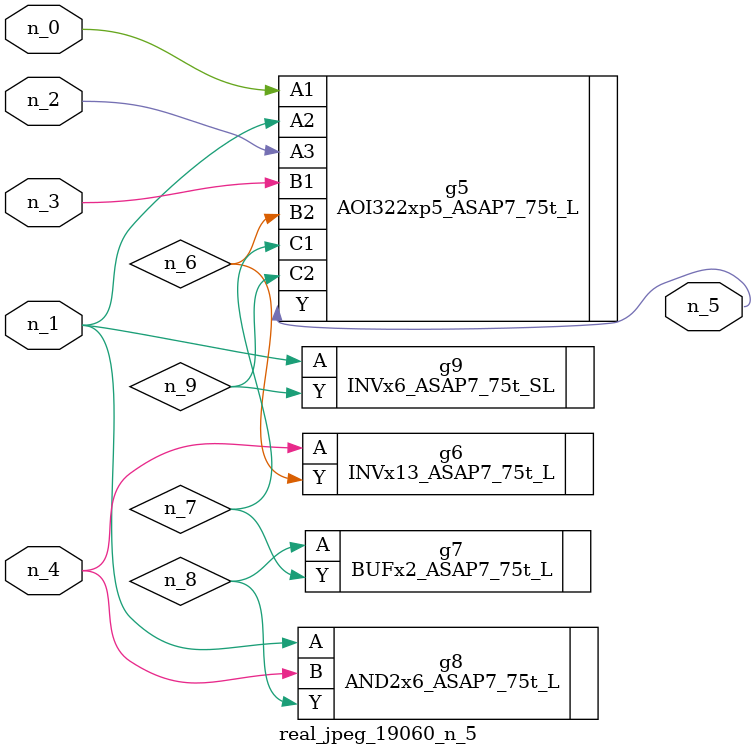
<source format=v>
module real_jpeg_19060_n_5 (n_4, n_0, n_1, n_2, n_3, n_5);

input n_4;
input n_0;
input n_1;
input n_2;
input n_3;

output n_5;

wire n_8;
wire n_6;
wire n_7;
wire n_9;

AOI322xp5_ASAP7_75t_L g5 ( 
.A1(n_0),
.A2(n_1),
.A3(n_2),
.B1(n_3),
.B2(n_6),
.C1(n_7),
.C2(n_9),
.Y(n_5)
);

AND2x6_ASAP7_75t_L g8 ( 
.A(n_1),
.B(n_4),
.Y(n_8)
);

INVx6_ASAP7_75t_SL g9 ( 
.A(n_1),
.Y(n_9)
);

INVx13_ASAP7_75t_L g6 ( 
.A(n_4),
.Y(n_6)
);

BUFx2_ASAP7_75t_L g7 ( 
.A(n_8),
.Y(n_7)
);


endmodule
</source>
